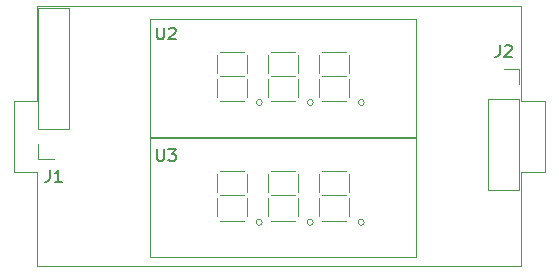
<source format=gto>
G04 #@! TF.GenerationSoftware,KiCad,Pcbnew,(5.1.10)-1*
G04 #@! TF.CreationDate,2023-01-31T14:41:16+02:00*
G04 #@! TF.ProjectId,voltmeter,766f6c74-6d65-4746-9572-2e6b69636164,rev?*
G04 #@! TF.SameCoordinates,Original*
G04 #@! TF.FileFunction,Legend,Top*
G04 #@! TF.FilePolarity,Positive*
%FSLAX46Y46*%
G04 Gerber Fmt 4.6, Leading zero omitted, Abs format (unit mm)*
G04 Created by KiCad (PCBNEW (5.1.10)-1) date 2023-01-31 14:41:16*
%MOMM*%
%LPD*%
G01*
G04 APERTURE LIST*
G04 #@! TA.AperFunction,Profile*
%ADD10C,0.050000*%
G04 #@! TD*
%ADD11C,0.120000*%
%ADD12C,0.150000*%
%ADD13O,1.700000X1.700000*%
%ADD14R,1.700000X1.700000*%
%ADD15C,1.524000*%
G04 APERTURE END LIST*
D10*
X52578000Y-78048000D02*
X52578000Y-86048000D01*
X50578000Y-86048000D02*
X50578000Y-92048000D01*
X52578000Y-86048000D02*
X50578000Y-86048000D01*
X52578000Y-92048000D02*
X50578000Y-92048000D01*
X52578000Y-92048000D02*
X52578000Y-100048000D01*
X93578000Y-92048000D02*
X93578000Y-100048000D01*
X95578000Y-92048000D02*
X93578000Y-92048000D01*
X95578000Y-86048000D02*
X93578000Y-86048000D01*
X95578000Y-86048000D02*
X95578000Y-92048000D01*
X52578000Y-100048000D02*
X93578000Y-100048000D01*
X93578000Y-78048000D02*
X93578000Y-86048000D01*
X52578000Y-78048000D02*
X93578000Y-78048000D01*
D11*
X90745000Y-85922000D02*
X93405000Y-85922000D01*
X90745000Y-85922000D02*
X90745000Y-93602000D01*
X90745000Y-93602000D02*
X93405000Y-93602000D01*
X93405000Y-85922000D02*
X93405000Y-93602000D01*
X93405000Y-83322000D02*
X93405000Y-84652000D01*
X92075000Y-83322000D02*
X93405000Y-83322000D01*
X55305000Y-88411200D02*
X52645000Y-88411200D01*
X55305000Y-88411200D02*
X55305000Y-78191200D01*
X55305000Y-78191200D02*
X52645000Y-78191200D01*
X52645000Y-88411200D02*
X52645000Y-78191200D01*
X52645000Y-91011200D02*
X52645000Y-89681200D01*
X53975000Y-91011200D02*
X52645000Y-91011200D01*
X62156000Y-89234000D02*
X84656000Y-89234000D01*
X84656000Y-89234000D02*
X84656000Y-99234000D01*
X84656000Y-99234000D02*
X62156000Y-99234000D01*
X62156000Y-99234000D02*
X62156000Y-89234000D01*
X72390000Y-92011500D02*
X74422000Y-92011500D01*
X72390000Y-96202500D02*
X74422000Y-96202500D01*
X72136000Y-93789500D02*
X72136000Y-92265500D01*
X72136000Y-95821500D02*
X72136000Y-94297500D01*
X74676000Y-92265500D02*
X74676000Y-93789500D01*
X74676000Y-94297500D02*
X74676000Y-95821500D01*
X72390000Y-94043500D02*
X74422000Y-94043500D01*
X75946000Y-96329500D02*
G75*
G03*
X75946000Y-96329500I-254000J0D01*
G01*
X78994000Y-92265500D02*
X78994000Y-93789500D01*
X76454000Y-93789500D02*
X76454000Y-92265500D01*
X76708000Y-94043500D02*
X78740000Y-94043500D01*
X78994000Y-94297500D02*
X78994000Y-95821500D01*
X76708000Y-92011500D02*
X78740000Y-92011500D01*
X76708000Y-96202500D02*
X78740000Y-96202500D01*
X76454000Y-95821500D02*
X76454000Y-94297500D01*
X80264000Y-96329500D02*
G75*
G03*
X80264000Y-96329500I-254000J0D01*
G01*
X70358000Y-92265500D02*
X70358000Y-93789500D01*
X67818000Y-93789500D02*
X67818000Y-92265500D01*
X68072000Y-94043500D02*
X70104000Y-94043500D01*
X70358000Y-94297500D02*
X70358000Y-95821500D01*
X68072000Y-92011500D02*
X70104000Y-92011500D01*
X68072000Y-96202500D02*
X70104000Y-96202500D01*
X67818000Y-95821500D02*
X67818000Y-94297500D01*
X71628000Y-96329500D02*
G75*
G03*
X71628000Y-96329500I-254000J0D01*
G01*
X62156000Y-79095000D02*
X84656000Y-79095000D01*
X84656000Y-79095000D02*
X84656000Y-89095000D01*
X84656000Y-89095000D02*
X62156000Y-89095000D01*
X62156000Y-89095000D02*
X62156000Y-79095000D01*
X72390000Y-81872500D02*
X74422000Y-81872500D01*
X72390000Y-86063500D02*
X74422000Y-86063500D01*
X72136000Y-83650500D02*
X72136000Y-82126500D01*
X72136000Y-85682500D02*
X72136000Y-84158500D01*
X74676000Y-82126500D02*
X74676000Y-83650500D01*
X74676000Y-84158500D02*
X74676000Y-85682500D01*
X72390000Y-83904500D02*
X74422000Y-83904500D01*
X75946000Y-86190500D02*
G75*
G03*
X75946000Y-86190500I-254000J0D01*
G01*
X78994000Y-82126500D02*
X78994000Y-83650500D01*
X76454000Y-83650500D02*
X76454000Y-82126500D01*
X76708000Y-83904500D02*
X78740000Y-83904500D01*
X78994000Y-84158500D02*
X78994000Y-85682500D01*
X76708000Y-81872500D02*
X78740000Y-81872500D01*
X76708000Y-86063500D02*
X78740000Y-86063500D01*
X76454000Y-85682500D02*
X76454000Y-84158500D01*
X80264000Y-86190500D02*
G75*
G03*
X80264000Y-86190500I-254000J0D01*
G01*
X70358000Y-82126500D02*
X70358000Y-83650500D01*
X67818000Y-83650500D02*
X67818000Y-82126500D01*
X68072000Y-83904500D02*
X70104000Y-83904500D01*
X70358000Y-84158500D02*
X70358000Y-85682500D01*
X68072000Y-81872500D02*
X70104000Y-81872500D01*
X68072000Y-86063500D02*
X70104000Y-86063500D01*
X67818000Y-85682500D02*
X67818000Y-84158500D01*
X71628000Y-86190500D02*
G75*
G03*
X71628000Y-86190500I-254000J0D01*
G01*
D12*
X91741666Y-81334380D02*
X91741666Y-82048666D01*
X91694047Y-82191523D01*
X91598809Y-82286761D01*
X91455952Y-82334380D01*
X91360714Y-82334380D01*
X92170238Y-81429619D02*
X92217857Y-81382000D01*
X92313095Y-81334380D01*
X92551190Y-81334380D01*
X92646428Y-81382000D01*
X92694047Y-81429619D01*
X92741666Y-81524857D01*
X92741666Y-81620095D01*
X92694047Y-81762952D01*
X92122619Y-82334380D01*
X92741666Y-82334380D01*
X53641666Y-91903580D02*
X53641666Y-92617866D01*
X53594047Y-92760723D01*
X53498809Y-92855961D01*
X53355952Y-92903580D01*
X53260714Y-92903580D01*
X54641666Y-92903580D02*
X54070238Y-92903580D01*
X54355952Y-92903580D02*
X54355952Y-91903580D01*
X54260714Y-92046438D01*
X54165476Y-92141676D01*
X54070238Y-92189295D01*
X62738095Y-90130380D02*
X62738095Y-90939904D01*
X62785714Y-91035142D01*
X62833333Y-91082761D01*
X62928571Y-91130380D01*
X63119047Y-91130380D01*
X63214285Y-91082761D01*
X63261904Y-91035142D01*
X63309523Y-90939904D01*
X63309523Y-90130380D01*
X63690476Y-90130380D02*
X64309523Y-90130380D01*
X63976190Y-90511333D01*
X64119047Y-90511333D01*
X64214285Y-90558952D01*
X64261904Y-90606571D01*
X64309523Y-90701809D01*
X64309523Y-90939904D01*
X64261904Y-91035142D01*
X64214285Y-91082761D01*
X64119047Y-91130380D01*
X63833333Y-91130380D01*
X63738095Y-91082761D01*
X63690476Y-91035142D01*
X62738095Y-79843380D02*
X62738095Y-80652904D01*
X62785714Y-80748142D01*
X62833333Y-80795761D01*
X62928571Y-80843380D01*
X63119047Y-80843380D01*
X63214285Y-80795761D01*
X63261904Y-80748142D01*
X63309523Y-80652904D01*
X63309523Y-79843380D01*
X63738095Y-79938619D02*
X63785714Y-79891000D01*
X63880952Y-79843380D01*
X64119047Y-79843380D01*
X64214285Y-79891000D01*
X64261904Y-79938619D01*
X64309523Y-80033857D01*
X64309523Y-80129095D01*
X64261904Y-80271952D01*
X63690476Y-80843380D01*
X64309523Y-80843380D01*
%LPC*%
D13*
X92075000Y-92272000D03*
X92075000Y-89732000D03*
X92075000Y-87192000D03*
D14*
X92075000Y-84652000D03*
D13*
X53975000Y-79521200D03*
X53975000Y-82061200D03*
X53975000Y-84601200D03*
X53975000Y-87141200D03*
D14*
X53975000Y-89681200D03*
D15*
X77216000Y-98036380D03*
X74676000Y-98130360D03*
X72136000Y-98044000D03*
X69596000Y-98044000D03*
X67056000Y-98044000D03*
X79756000Y-90424000D03*
X77216000Y-90424000D03*
X74676000Y-90424000D03*
X67056000Y-90424000D03*
X69596000Y-90424000D03*
X72136000Y-90424000D03*
X77216000Y-87897380D03*
X74676000Y-87991360D03*
X72136000Y-87905000D03*
X69596000Y-87905000D03*
X67056000Y-87905000D03*
X79756000Y-80285000D03*
X77216000Y-80285000D03*
X74676000Y-80285000D03*
X67056000Y-80285000D03*
X69596000Y-80285000D03*
X72136000Y-80285000D03*
M02*

</source>
